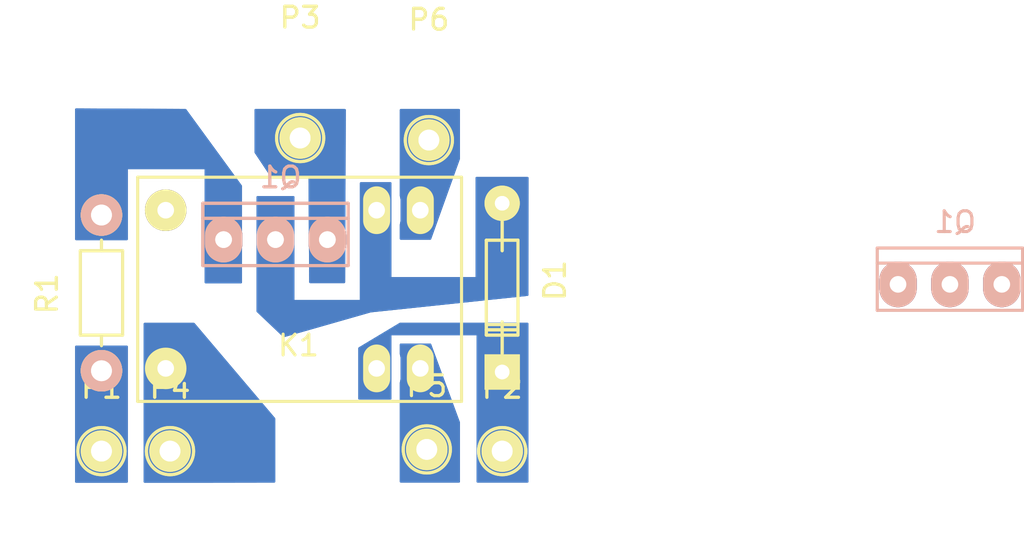
<source format=kicad_pcb>
(kicad_pcb (version 4) (host pcbnew 4.0.2+dfsg1-stable)

  (general
    (links 24)
    (no_connects 1)
    (area 18.691667 124.275 51.508334 150.475)
    (thickness 1.6)
    (drawings 0)
    (tracks 0)
    (zones 0)
    (modules 20)
    (nets 9)
  )

  (page A4)
  (layers
    (0 F.Cu signal)
    (31 B.Cu signal)
    (32 B.Adhes user)
    (33 F.Adhes user)
    (34 B.Paste user)
    (35 F.Paste user)
    (36 B.SilkS user)
    (37 F.SilkS user)
    (38 B.Mask user)
    (39 F.Mask user)
    (40 Dwgs.User user)
    (41 Cmts.User user)
    (42 Eco1.User user)
    (43 Eco2.User user)
    (44 Edge.Cuts user)
    (45 Margin user)
    (46 B.CrtYd user)
    (47 F.CrtYd user)
    (48 B.Fab user)
    (49 F.Fab user)
  )

  (setup
    (last_trace_width 1)
    (trace_clearance 0.2)
    (zone_clearance 0.09)
    (zone_45_only no)
    (trace_min 0.2)
    (segment_width 0.2)
    (edge_width 0.15)
    (via_size 0.6)
    (via_drill 0.4)
    (via_min_size 0.4)
    (via_min_drill 0.3)
    (uvia_size 0.3)
    (uvia_drill 0.1)
    (uvias_allowed no)
    (uvia_min_size 0.2)
    (uvia_min_drill 0.1)
    (pcb_text_width 0.3)
    (pcb_text_size 1.5 1.5)
    (mod_edge_width 0.15)
    (mod_text_size 1 1)
    (mod_text_width 0.15)
    (pad_size 2 2)
    (pad_drill 0.8)
    (pad_to_mask_clearance 0.2)
    (aux_axis_origin 0 0)
    (visible_elements FFFFFF7F)
    (pcbplotparams
      (layerselection 0x00030_80000001)
      (usegerberextensions false)
      (excludeedgelayer true)
      (linewidth 0.100000)
      (plotframeref false)
      (viasonmask false)
      (mode 1)
      (useauxorigin false)
      (hpglpennumber 1)
      (hpglpenspeed 20)
      (hpglpendiameter 15)
      (hpglpenoverlay 2)
      (psnegative false)
      (psa4output false)
      (plotreference true)
      (plotvalue true)
      (plotinvisibletext false)
      (padsonsilk false)
      (subtractmaskfromsilk false)
      (outputformat 1)
      (mirror false)
      (drillshape 0)
      (scaleselection 1)
      (outputdirectory ""))
  )

  (net 0 "")
  (net 1 GND)
  (net 2 "Net-(D1-Pad2)")
  (net 3 VCC)
  (net 4 "Net-(K1-Pad3)")
  (net 5 "Net-(K1-Pad4)")
  (net 6 "Net-(K1-Pad5)")
  (net 7 "Net-(P1-Pad1)")
  (net 8 "Net-(Q1-Pad1)")

  (net_class Default "This is the default net class."
    (clearance 0.2)
    (trace_width 1)
    (via_dia 0.6)
    (via_drill 0.4)
    (uvia_dia 0.3)
    (uvia_drill 0.1)
    (add_net GND)
    (add_net "Net-(D1-Pad2)")
    (add_net "Net-(K1-Pad3)")
    (add_net "Net-(K1-Pad4)")
    (add_net "Net-(K1-Pad5)")
    (add_net "Net-(P1-Pad1)")
    (add_net "Net-(Q1-Pad1)")
    (add_net VCC)
  )

  (module kicad_my_library:кт-13 (layer B.Cu) (tedit 5D5D3A33) (tstamp 5D5D752A)
    (at 32.112 134.344)
    (path /5D5D38EF)
    (fp_text reference Q1 (at 0.25 -1.25) (layer B.SilkS)
      (effects (font (size 1 1) (thickness 0.15)) (justify mirror))
    )
    (fp_text value КТ315 (at 0 4.75) (layer B.Fab)
      (effects (font (size 1 1) (thickness 0.15)) (justify mirror))
    )
    (fp_line (start -3.5 3) (end -3.5 0) (layer B.SilkS) (width 0.15))
    (fp_line (start -3.5 0) (end 3.5 0) (layer B.SilkS) (width 0.15))
    (fp_line (start 3.5 3) (end -3.5 3) (layer B.SilkS) (width 0.15))
    (fp_line (start 3.5 0.726) (end -3.5 0.726) (layer B.SilkS) (width 0.15))
    (fp_line (start 3.5 3) (end 3.5 0) (layer B.SilkS) (width 0.15))
    (pad 3 thru_hole oval (at 2.5 1.75) (size 1.8 2.2) (drill 0.8) (layers *.Cu *.Mask B.SilkS)
      (net 1 GND))
    (pad 1 thru_hole oval (at -2.5 1.75) (size 1.8 2.2) (drill 0.8) (layers *.Cu *.Mask B.SilkS)
      (net 8 "Net-(Q1-Pad1)"))
    (pad 2 thru_hole oval (at 0 1.75) (size 1.8 2.2) (drill 0.8) (layers *.Cu *.Mask B.SilkS)
      (net 2 "Net-(D1-Pad2)"))
  )

  (module kicad_my_library:Diode_7.5 (layer F.Cu) (tedit 552FFC30) (tstamp 5D5D7525)
    (at 43.034 143.488 90)
    (descr "Diode, DO-35,  SOD27, Horizontal, RM 10mm")
    (tags "Diode, DO-35, SOD27, Horizontal, RM 10mm, 1N4148,")
    (path /5CB2A0F9)
    (fp_text reference D1 (at 5.43052 2.53746 90) (layer F.SilkS)
      (effects (font (size 1 1) (thickness 0.15)))
    )
    (fp_text value D (at 4.41452 -3.55854 90) (layer F.Fab)
      (effects (font (size 1 1) (thickness 0.15)))
    )
    (fp_line (start 6.85852 -0.00254) (end 8.25552 -0.00254) (layer F.SilkS) (width 0.15))
    (fp_line (start 3.42952 -0.00254) (end 1.90552 -0.00254) (layer F.SilkS) (width 0.15))
    (fp_line (start 3.30252 -0.76454) (end 3.30252 0.75946) (layer F.SilkS) (width 0.15))
    (fp_line (start 3.04852 -0.76454) (end 3.04852 0.75946) (layer F.SilkS) (width 0.15))
    (fp_line (start 2.79452 -0.00254) (end 2.79452 0.75946) (layer F.SilkS) (width 0.15))
    (fp_line (start 2.79452 0.75946) (end 7.36652 0.75946) (layer F.SilkS) (width 0.15))
    (fp_line (start 7.36652 0.75946) (end 7.36652 -0.76454) (layer F.SilkS) (width 0.15))
    (fp_line (start 7.36652 -0.76454) (end 2.79452 -0.76454) (layer F.SilkS) (width 0.15))
    (fp_line (start 2.79452 -0.76454) (end 2.79452 -0.00254) (layer F.SilkS) (width 0.15))
    (pad 2 thru_hole circle (at 9.14452 -0.00254 270) (size 1.69926 1.69926) (drill 0.70104) (layers *.Cu *.Mask F.SilkS)
      (net 2 "Net-(D1-Pad2)"))
    (pad 1 thru_hole rect (at 1.01652 -0.00254 270) (size 1.69926 1.69926) (drill 0.70104) (layers *.Cu *.Mask F.SilkS)
      (net 3 VCC))
    (model Diodes_ThroughHole.3dshapes/Diode_DO-35_SOD27_Horizontal_RM10.wrl
      (at (xyz 0.2 0 0))
      (scale (xyz 0.4 0.4 0.4))
      (rotate (xyz 0 0 180))
    )
  )

  (module kicad_my_library:Resistor_7.5mm (layer F.Cu) (tedit 5D5D575B) (tstamp 5D5D751A)
    (at 23.73 138.662 90)
    (descr "Resistor, Vertical, RM 7.5mm,")
    (tags "Resistor, Vertical, RM 7.5mm,")
    (path /5D5D35EB)
    (fp_text reference R1 (at -0.038 -2.63 90) (layer F.SilkS)
      (effects (font (size 1 1) (thickness 0.15)))
    )
    (fp_text value R (at -0.138 0.17 90) (layer F.Fab)
      (effects (font (size 1 1) (thickness 0.15)))
    )
    (fp_line (start -2.032 -1.016) (end 2.032 -1.016) (layer F.SilkS) (width 0.15))
    (fp_line (start 2.032 -1.016) (end 2.032 1.016) (layer F.SilkS) (width 0.15))
    (fp_line (start 2.032 1.016) (end -2.032 1.016) (layer F.SilkS) (width 0.15))
    (fp_line (start 2.032 0) (end 2.54 0) (layer F.SilkS) (width 0.15))
    (fp_line (start -2.54 0) (end -2.032 0) (layer F.SilkS) (width 0.15))
    (fp_line (start -2.032 -1.016) (end -2.032 1.016) (layer F.SilkS) (width 0.15))
    (pad 1 thru_hole circle (at -3.74904 0 90) (size 1.99898 1.99898) (drill 1.00076) (layers *.Cu *.SilkS *.Mask)
      (net 7 "Net-(P1-Pad1)"))
    (pad 2 thru_hole circle (at 3.75158 0 90) (size 1.99898 1.99898) (drill 1.00076) (layers *.Cu *.SilkS *.Mask)
      (net 8 "Net-(Q1-Pad1)"))
  )

  (module kicad_my_library:conn1pin (layer F.Cu) (tedit 5D5D55B1) (tstamp 5D5D7515)
    (at 39.5 131.3)
    (descr "module 1 pin (ou trou mecanique de percage)")
    (tags DEV)
    (path /5D5D2A28)
    (fp_text reference P6 (at 0 -5.8) (layer F.SilkS)
      (effects (font (size 1 1) (thickness 0.15)))
    )
    (fp_text value CONN_01X01 (at 0 -3.7) (layer F.Fab)
      (effects (font (size 1 1) (thickness 0.15)))
    )
    (fp_circle (center 0 0) (end 1.016 0.508) (layer F.SilkS) (width 0.15))
    (pad 1 thru_hole circle (at 0 0) (size 2 2) (drill 1) (layers *.Cu *.Mask F.SilkS)
      (net 5 "Net-(K1-Pad4)"))
  )

  (module kicad_my_library:conn1pin (layer F.Cu) (tedit 5D5D5620) (tstamp 5D5D7510)
    (at 39.4 146.2)
    (descr "module 1 pin (ou trou mecanique de percage)")
    (tags DEV)
    (path /5D5D29A5)
    (fp_text reference P5 (at 0 -3.048) (layer F.SilkS)
      (effects (font (size 1 1) (thickness 0.15)))
    )
    (fp_text value CONN_01X01 (at 0.1 3.3) (layer F.Fab)
      (effects (font (size 1 1) (thickness 0.15)))
    )
    (fp_circle (center 0 0) (end 1.016 0.508) (layer F.SilkS) (width 0.15))
    (pad 1 thru_hole circle (at 0 0) (size 2 2) (drill 1) (layers *.Cu *.Mask F.SilkS)
      (net 6 "Net-(K1-Pad5)"))
  )

  (module kicad_my_library:conn1pin (layer F.Cu) (tedit 5D5D55F2) (tstamp 5D5D750B)
    (at 27.032 146.282)
    (descr "module 1 pin (ou trou mecanique de percage)")
    (tags DEV)
    (path /5D5D2A93)
    (fp_text reference P4 (at 0 -3.048) (layer F.SilkS)
      (effects (font (size 1 1) (thickness 0.15)))
    )
    (fp_text value CONN_01X01 (at 0.068 3.118) (layer F.Fab)
      (effects (font (size 1 1) (thickness 0.15)))
    )
    (fp_circle (center 0 0) (end 1.016 0.508) (layer F.SilkS) (width 0.15))
    (pad 1 thru_hole circle (at 0 0) (size 2 2) (drill 1) (layers *.Cu *.Mask F.SilkS)
      (net 4 "Net-(K1-Pad3)"))
  )

  (module kicad_my_library:conn1pin (layer F.Cu) (tedit 5D5D558F) (tstamp 5D5D7506)
    (at 33.3 131.2)
    (descr "module 1 pin (ou trou mecanique de percage)")
    (tags DEV)
    (path /5D5D2B87)
    (fp_text reference P3 (at 0 -5.8) (layer F.SilkS)
      (effects (font (size 1 1) (thickness 0.15)))
    )
    (fp_text value CONN_01X01 (at 0 -3.6) (layer F.Fab)
      (effects (font (size 1 1) (thickness 0.15)))
    )
    (fp_circle (center 0 0) (end 1.016 0.508) (layer F.SilkS) (width 0.15))
    (pad 1 thru_hole circle (at 0 0) (size 2 2) (drill 1) (layers *.Cu *.Mask F.SilkS)
      (net 1 GND))
  )

  (module kicad_my_library:conn1pin (layer F.Cu) (tedit 5D5D561B) (tstamp 5D5D7501)
    (at 43.034 146.282)
    (descr "module 1 pin (ou trou mecanique de percage)")
    (tags DEV)
    (path /5D5D2B00)
    (fp_text reference P2 (at 0 -3.048) (layer F.SilkS)
      (effects (font (size 1 1) (thickness 0.15)))
    )
    (fp_text value CONN_01X01 (at 3.366 -0.082) (layer F.Fab)
      (effects (font (size 1 1) (thickness 0.15)))
    )
    (fp_circle (center 0 0) (end 1.016 0.508) (layer F.SilkS) (width 0.15))
    (pad 1 thru_hole circle (at 0 0) (size 2 2) (drill 1) (layers *.Cu *.Mask F.SilkS)
      (net 3 VCC))
  )

  (module kicad_my_library:conn1pin (layer F.Cu) (tedit 5D5D55F9) (tstamp 5D5D74FC)
    (at 23.73 146.282)
    (descr "module 1 pin (ou trou mecanique de percage)")
    (tags DEV)
    (path /5D5D2E82)
    (fp_text reference P1 (at 0 -3.048) (layer F.SilkS)
      (effects (font (size 1 1) (thickness 0.15)))
    )
    (fp_text value CONN_01X01 (at 0.07 3.218) (layer F.Fab)
      (effects (font (size 1 1) (thickness 0.15)))
    )
    (fp_circle (center 0 0) (end 1.016 0.508) (layer F.SilkS) (width 0.15))
    (pad 1 thru_hole circle (at 0 0) (size 2 2) (drill 1) (layers *.Cu *.Mask F.SilkS)
      (net 7 "Net-(P1-Pad1)"))
  )

  (module kicad_my_library:conn1pin (layer F.Cu) (tedit 5D5D55F9) (tstamp 5D5D2E5D)
    (at 23.73 146.282)
    (descr "module 1 pin (ou trou mecanique de percage)")
    (tags DEV)
    (path /5D5D2E82)
    (fp_text reference P1 (at 0 -3.048) (layer F.SilkS)
      (effects (font (size 1 1) (thickness 0.15)))
    )
    (fp_text value CONN_01X01 (at 0.07 3.218) (layer F.Fab)
      (effects (font (size 1 1) (thickness 0.15)))
    )
    (fp_circle (center 0 0) (end 1.016 0.508) (layer F.SilkS) (width 0.15))
    (pad 1 thru_hole circle (at 0 0) (size 2 2) (drill 1) (layers *.Cu *.Mask F.SilkS)
      (net 7 "Net-(P1-Pad1)"))
  )

  (module kicad_my_library:conn1pin (layer F.Cu) (tedit 5D5D561B) (tstamp 5D5D2E63)
    (at 43.034 146.282)
    (descr "module 1 pin (ou trou mecanique de percage)")
    (tags DEV)
    (path /5D5D2B00)
    (fp_text reference P2 (at 0 -3.048) (layer F.SilkS)
      (effects (font (size 1 1) (thickness 0.15)))
    )
    (fp_text value CONN_01X01 (at 3.366 -0.082) (layer F.Fab)
      (effects (font (size 1 1) (thickness 0.15)))
    )
    (fp_circle (center 0 0) (end 1.016 0.508) (layer F.SilkS) (width 0.15))
    (pad 1 thru_hole circle (at 0 0) (size 2 2) (drill 1) (layers *.Cu *.Mask F.SilkS)
      (net 3 VCC))
  )

  (module kicad_my_library:conn1pin (layer F.Cu) (tedit 5D5D558F) (tstamp 5D5D2E69)
    (at 33.3 131.2)
    (descr "module 1 pin (ou trou mecanique de percage)")
    (tags DEV)
    (path /5D5D2B87)
    (fp_text reference P3 (at 0 -5.8) (layer F.SilkS)
      (effects (font (size 1 1) (thickness 0.15)))
    )
    (fp_text value CONN_01X01 (at 0 -3.6) (layer F.Fab)
      (effects (font (size 1 1) (thickness 0.15)))
    )
    (fp_circle (center 0 0) (end 1.016 0.508) (layer F.SilkS) (width 0.15))
    (pad 1 thru_hole circle (at 0 0) (size 2 2) (drill 1) (layers *.Cu *.Mask F.SilkS)
      (net 1 GND))
  )

  (module kicad_my_library:conn1pin (layer F.Cu) (tedit 5D5D55F2) (tstamp 5D5D2E6F)
    (at 27.032 146.282)
    (descr "module 1 pin (ou trou mecanique de percage)")
    (tags DEV)
    (path /5D5D2A93)
    (fp_text reference P4 (at 0 -3.048) (layer F.SilkS)
      (effects (font (size 1 1) (thickness 0.15)))
    )
    (fp_text value CONN_01X01 (at 0.068 3.118) (layer F.Fab)
      (effects (font (size 1 1) (thickness 0.15)))
    )
    (fp_circle (center 0 0) (end 1.016 0.508) (layer F.SilkS) (width 0.15))
    (pad 1 thru_hole circle (at 0 0) (size 2 2) (drill 1) (layers *.Cu *.Mask F.SilkS)
      (net 4 "Net-(K1-Pad3)"))
  )

  (module kicad_my_library:conn1pin (layer F.Cu) (tedit 5D5D5620) (tstamp 5D5D2E75)
    (at 39.4 146.2)
    (descr "module 1 pin (ou trou mecanique de percage)")
    (tags DEV)
    (path /5D5D29A5)
    (fp_text reference P5 (at 0 -3.048) (layer F.SilkS)
      (effects (font (size 1 1) (thickness 0.15)))
    )
    (fp_text value CONN_01X01 (at 0.1 3.3) (layer F.Fab)
      (effects (font (size 1 1) (thickness 0.15)))
    )
    (fp_circle (center 0 0) (end 1.016 0.508) (layer F.SilkS) (width 0.15))
    (pad 1 thru_hole circle (at 0 0) (size 2 2) (drill 1) (layers *.Cu *.Mask F.SilkS)
      (net 6 "Net-(K1-Pad5)"))
  )

  (module kicad_my_library:conn1pin (layer F.Cu) (tedit 5D5D55B1) (tstamp 5D5D2E7B)
    (at 39.5 131.3)
    (descr "module 1 pin (ou trou mecanique de percage)")
    (tags DEV)
    (path /5D5D2A28)
    (fp_text reference P6 (at 0 -5.8) (layer F.SilkS)
      (effects (font (size 1 1) (thickness 0.15)))
    )
    (fp_text value CONN_01X01 (at 0 -3.7) (layer F.Fab)
      (effects (font (size 1 1) (thickness 0.15)))
    )
    (fp_circle (center 0 0) (end 1.016 0.508) (layer F.SilkS) (width 0.15))
    (pad 1 thru_hole circle (at 0 0) (size 2 2) (drill 1) (layers *.Cu *.Mask F.SilkS)
      (net 5 "Net-(K1-Pad4)"))
  )

  (module kicad_my_library:Resistor_7.5mm (layer F.Cu) (tedit 5D5D575B) (tstamp 5D5D2E88)
    (at 23.73 138.662 90)
    (descr "Resistor, Vertical, RM 7.5mm,")
    (tags "Resistor, Vertical, RM 7.5mm,")
    (path /5D5D35EB)
    (fp_text reference R1 (at -0.038 -2.63 90) (layer F.SilkS)
      (effects (font (size 1 1) (thickness 0.15)))
    )
    (fp_text value R (at -0.138 0.17 90) (layer F.Fab)
      (effects (font (size 1 1) (thickness 0.15)))
    )
    (fp_line (start -2.032 -1.016) (end 2.032 -1.016) (layer F.SilkS) (width 0.15))
    (fp_line (start 2.032 -1.016) (end 2.032 1.016) (layer F.SilkS) (width 0.15))
    (fp_line (start 2.032 1.016) (end -2.032 1.016) (layer F.SilkS) (width 0.15))
    (fp_line (start 2.032 0) (end 2.54 0) (layer F.SilkS) (width 0.15))
    (fp_line (start -2.54 0) (end -2.032 0) (layer F.SilkS) (width 0.15))
    (fp_line (start -2.032 -1.016) (end -2.032 1.016) (layer F.SilkS) (width 0.15))
    (pad 1 thru_hole circle (at -3.74904 0 90) (size 1.99898 1.99898) (drill 1.00076) (layers *.Cu *.SilkS *.Mask)
      (net 7 "Net-(P1-Pad1)"))
    (pad 2 thru_hole circle (at 3.75158 0 90) (size 1.99898 1.99898) (drill 1.00076) (layers *.Cu *.SilkS *.Mask)
      (net 8 "Net-(Q1-Pad1)"))
  )

  (module kicad_my_library:Diode_7.5 (layer F.Cu) (tedit 552FFC30) (tstamp 5D5D2F3C)
    (at 43.034 143.488 90)
    (descr "Diode, DO-35,  SOD27, Horizontal, RM 10mm")
    (tags "Diode, DO-35, SOD27, Horizontal, RM 10mm, 1N4148,")
    (path /5CB2A0F9)
    (fp_text reference D1 (at 5.43052 2.53746 90) (layer F.SilkS)
      (effects (font (size 1 1) (thickness 0.15)))
    )
    (fp_text value D (at 4.41452 -3.55854 90) (layer F.Fab)
      (effects (font (size 1 1) (thickness 0.15)))
    )
    (fp_line (start 6.85852 -0.00254) (end 8.25552 -0.00254) (layer F.SilkS) (width 0.15))
    (fp_line (start 3.42952 -0.00254) (end 1.90552 -0.00254) (layer F.SilkS) (width 0.15))
    (fp_line (start 3.30252 -0.76454) (end 3.30252 0.75946) (layer F.SilkS) (width 0.15))
    (fp_line (start 3.04852 -0.76454) (end 3.04852 0.75946) (layer F.SilkS) (width 0.15))
    (fp_line (start 2.79452 -0.00254) (end 2.79452 0.75946) (layer F.SilkS) (width 0.15))
    (fp_line (start 2.79452 0.75946) (end 7.36652 0.75946) (layer F.SilkS) (width 0.15))
    (fp_line (start 7.36652 0.75946) (end 7.36652 -0.76454) (layer F.SilkS) (width 0.15))
    (fp_line (start 7.36652 -0.76454) (end 2.79452 -0.76454) (layer F.SilkS) (width 0.15))
    (fp_line (start 2.79452 -0.76454) (end 2.79452 -0.00254) (layer F.SilkS) (width 0.15))
    (pad 2 thru_hole circle (at 9.14452 -0.00254 270) (size 1.69926 1.69926) (drill 0.70104) (layers *.Cu *.Mask F.SilkS)
      (net 2 "Net-(D1-Pad2)"))
    (pad 1 thru_hole rect (at 1.01652 -0.00254 270) (size 1.69926 1.69926) (drill 0.70104) (layers *.Cu *.Mask F.SilkS)
      (net 3 VCC))
    (model Diodes_ThroughHole.3dshapes/Diode_DO-35_SOD27_Horizontal_RM10.wrl
      (at (xyz 0.2 0 0))
      (scale (xyz 0.4 0.4 0.4))
      (rotate (xyz 0 0 180))
    )
  )

  (module kicad_my_library:кт-13 (layer B.Cu) (tedit 5D5D3A33) (tstamp 5D5D3AD8)
    (at 32.112 134.344)
    (path /5D5D38EF)
    (fp_text reference Q1 (at 0.25 -1.25) (layer B.SilkS)
      (effects (font (size 1 1) (thickness 0.15)) (justify mirror))
    )
    (fp_text value КТ315 (at 0 4.75) (layer B.Fab)
      (effects (font (size 1 1) (thickness 0.15)) (justify mirror))
    )
    (fp_line (start -3.5 3) (end -3.5 0) (layer B.SilkS) (width 0.15))
    (fp_line (start -3.5 0) (end 3.5 0) (layer B.SilkS) (width 0.15))
    (fp_line (start 3.5 3) (end -3.5 3) (layer B.SilkS) (width 0.15))
    (fp_line (start 3.5 0.726) (end -3.5 0.726) (layer B.SilkS) (width 0.15))
    (fp_line (start 3.5 3) (end 3.5 0) (layer B.SilkS) (width 0.15))
    (pad 3 thru_hole oval (at 2.5 1.75) (size 1.8 2.2) (drill 0.8) (layers *.Cu *.Mask B.SilkS)
      (net 1 GND))
    (pad 1 thru_hole oval (at -2.5 1.75) (size 1.8 2.2) (drill 0.8) (layers *.Cu *.Mask B.SilkS)
      (net 8 "Net-(Q1-Pad1)"))
    (pad 2 thru_hole oval (at 0 1.75) (size 1.8 2.2) (drill 0.8) (layers *.Cu *.Mask B.SilkS)
      (net 2 "Net-(D1-Pad2)"))
  )

  (module kicad_my_library:RELAY_SRS-05VDC-SL (layer F.Cu) (tedit 5D5D83A1) (tstamp 5D5D83F0)
    (at 33.2 138.3 180)
    (path /5CB2A0ED)
    (fp_text reference K1 (at -0.018 -2.892 180) (layer F.SilkS)
      (effects (font (size 1 1) (thickness 0.15)))
    )
    (fp_text value RELAY_1RT (at 0.782 -4.292 180) (layer F.Fab)
      (effects (font (size 1 1) (thickness 0.15)))
    )
    (fp_line (start -7.874 -5.588) (end 7.726 -5.588) (layer F.SilkS) (width 0.15))
    (fp_line (start 7.726 -5.588) (end 7.726 5.212) (layer F.SilkS) (width 0.15))
    (fp_line (start 7.726 5.212) (end -7.874 5.212) (layer F.SilkS) (width 0.15))
    (fp_line (start -7.874 5.212) (end -7.874 -5.588) (layer F.SilkS) (width 0.15))
    (pad 2 thru_hole oval (at -3.784 3.622 180) (size 1.3 2.3) (drill 0.8) (layers *.Cu *.Mask F.SilkS)
      (net 2 "Net-(D1-Pad2)"))
    (pad 1 thru_hole oval (at -3.784 -3.998 180) (size 1.3 2.3) (drill 0.8) (layers *.Cu *.Mask F.SilkS)
      (net 3 VCC))
    (pad 5 thru_hole oval (at -5.888 -3.998 180) (size 1.3 2.3) (drill 0.8) (layers *.Cu *.Mask F.SilkS)
      (net 6 "Net-(K1-Pad5)"))
    (pad 3 thru_hole circle (at 6.376 -3.998 180) (size 2 2) (drill 0.8) (layers *.Cu *.Mask F.SilkS)
      (net 4 "Net-(K1-Pad3)"))
    (pad 3 thru_hole circle (at 6.376 3.622 180) (size 2 2) (drill 0.8) (layers *.Cu *.Mask F.SilkS)
      (net 4 "Net-(K1-Pad3)"))
    (pad 4 thru_hole oval (at -5.888 3.622 180) (size 1.3 2.3) (drill 0.8) (layers *.Cu *.Mask F.SilkS)
      (net 5 "Net-(K1-Pad4)"))
  )

  (module kicad_my_library:кт-315 (layer B.Cu) (tedit 5D5D3A33) (tstamp 5DC2734D)
    (at 64.6 136.5)
    (fp_text reference Q1 (at 0.25 -1.25) (layer B.SilkS)
      (effects (font (size 1 1) (thickness 0.15)) (justify mirror))
    )
    (fp_text value КТ315 (at 0 4.75) (layer B.Fab)
      (effects (font (size 1 1) (thickness 0.15)) (justify mirror))
    )
    (fp_line (start -3.5 3) (end -3.5 0) (layer B.SilkS) (width 0.15))
    (fp_line (start -3.5 0) (end 3.5 0) (layer B.SilkS) (width 0.15))
    (fp_line (start 3.5 3) (end -3.5 3) (layer B.SilkS) (width 0.15))
    (fp_line (start 3.5 0.726) (end -3.5 0.726) (layer B.SilkS) (width 0.15))
    (fp_line (start 3.5 3) (end 3.5 0) (layer B.SilkS) (width 0.15))
    (pad 3 thru_hole oval (at 2.5 1.75) (size 1.8 2.2) (drill 0.8) (layers *.Cu *.Mask B.SilkS))
    (pad 1 thru_hole oval (at -2.5 1.75) (size 1.8 2.2) (drill 0.8) (layers *.Cu *.Mask B.SilkS))
    (pad 2 thru_hole oval (at 0 1.75) (size 1.8 2.2) (drill 0.8) (layers *.Cu *.Mask B.SilkS))
  )

  (zone (net 7) (net_name "Net-(P1-Pad1)") (layer B.Cu) (tstamp 5D5D3C49) (hatch edge 0.508)
    (connect_pads yes (clearance 0.09))
    (min_thickness 0.09)
    (fill yes (arc_segments 16) (thermal_gap 0.508) (thermal_bridge_width 0.508))
    (polygon
      (pts
        (xy 25 147.806) (xy 22.46 147.806) (xy 22.46 141.202) (xy 25 141.202) (xy 25 147.806)
      )
    )
    (filled_polygon
      (pts
        (xy 24.955 147.761) (xy 22.505 147.761) (xy 22.505 141.247) (xy 24.955 141.247)
      )
    )
  )
  (zone (net 1) (net_name GND) (layer B.Cu) (tstamp 5D5D4040) (hatch edge 0.508)
    (connect_pads yes (clearance 0.09))
    (min_thickness 0.09)
    (fill yes (arc_segments 16) (thermal_gap 0.508) (thermal_bridge_width 0.508))
    (polygon
      (pts
        (xy 33.736 138.192) (xy 35.468 138.192) (xy 35.5 129.8) (xy 31.1 129.8) (xy 31.1 131.9)
        (xy 31.9 133.1) (xy 33.7 133.1)
      )
    )
    (filled_polygon
      (pts
        (xy 35.423171 138.147) (xy 33.780683 138.147) (xy 33.744999 133.099682) (xy 33.74133 133.0822) (xy 33.731148 133.067523)
        (xy 33.716059 133.057963) (xy 33.7 133.055) (xy 31.924083 133.055) (xy 31.145 131.886375) (xy 31.145 129.845)
        (xy 35.454828 129.845)
      )
    )
  )
  (zone (net 4) (net_name "Net-(K1-Pad3)") (layer B.Cu) (tstamp 5D5D42C8) (hatch edge 0.508)
    (connect_pads yes (clearance 0.09))
    (min_thickness 0.09)
    (fill yes (arc_segments 16) (thermal_gap 0.508) (thermal_bridge_width 0.508))
    (polygon
      (pts
        (xy 28.202 147.806) (xy 25.762 147.806) (xy 25.762 140.102) (xy 28.202 140.102) (xy 32.1 144.7)
        (xy 32.1 147.8) (xy 28.202 147.806)
      )
    )
    (filled_polygon
      (pts
        (xy 32.055 144.716508) (xy 32.055 147.755069) (xy 28.201931 147.761) (xy 25.807 147.761) (xy 25.807 140.147)
        (xy 28.181154 140.147)
      )
    )
  )
  (zone (net 8) (net_name "Net-(Q1-Pad1)") (layer B.Cu) (tstamp 5D5D44E8) (hatch edge 0.508)
    (connect_pads yes (clearance 0.09))
    (min_thickness 0.09)
    (fill yes (arc_segments 16) (thermal_gap 0.508) (thermal_bridge_width 0.508))
    (polygon
      (pts
        (xy 30.5 138.2) (xy 28.7 138.2) (xy 28.7 132.7) (xy 25 132.7) (xy 25 136.122)
        (xy 22.46 136.122) (xy 22.46 129.772) (xy 27.8 129.8) (xy 30.5 133.5)
      )
    )
    (filled_polygon
      (pts
        (xy 27.777042 129.84488) (xy 30.455 133.514674) (xy 30.455 138.155) (xy 28.745 138.155) (xy 28.745 132.7)
        (xy 28.741455 132.682492) (xy 28.731377 132.667744) (xy 28.716356 132.658078) (xy 28.7 132.655) (xy 25 132.655)
        (xy 24.982492 132.658545) (xy 24.967744 132.668623) (xy 24.958078 132.683644) (xy 24.955 132.7) (xy 24.955 136.077)
        (xy 22.505 136.077) (xy 22.505 129.817236)
      )
    )
  )
  (zone (net 2) (net_name "Net-(D1-Pad2)") (layer B.Cu) (tstamp 5D5D49B8) (hatch edge 0.508)
    (connect_pads yes (clearance 0.09))
    (min_thickness 0.09)
    (fill yes (arc_segments 16) (thermal_gap 0.508) (thermal_bridge_width 0.508))
    (polygon
      (pts
        (xy 36.176 133.328) (xy 36.176 139) (xy 33.028 139) (xy 33.028 133.998) (xy 31.196 133.998)
        (xy 31.196 139.562) (xy 32.5 140.8) (xy 36.7 139.6) (xy 44.3 138.8) (xy 44.304 133.074)
        (xy 41.748 133.074) (xy 41.748 137.9) (xy 37.7 137.9) (xy 37.7 133.328)
      )
    )
    (filled_polygon
      (pts
        (xy 44.255028 138.759485) (xy 36.695289 139.555247) (xy 36.687638 139.556731) (xy 32.512346 140.749672) (xy 31.241 139.542673)
        (xy 31.241 134.043) (xy 32.983 134.043) (xy 32.983 139) (xy 32.986545 139.017508) (xy 32.996623 139.032256)
        (xy 33.011644 139.041922) (xy 33.028 139.045) (xy 36.176 139.045) (xy 36.193508 139.041455) (xy 36.208256 139.031377)
        (xy 36.217922 139.016356) (xy 36.221 139) (xy 36.221 133.373) (xy 37.655 133.373) (xy 37.655 137.9)
        (xy 37.658545 137.917508) (xy 37.668623 137.932256) (xy 37.683644 137.941922) (xy 37.7 137.945) (xy 41.748 137.945)
        (xy 41.765508 137.941455) (xy 41.780256 137.931377) (xy 41.789922 137.916356) (xy 41.793 137.9) (xy 41.793 133.119)
        (xy 44.258969 133.119)
      )
    )
  )
  (zone (net 5) (net_name "Net-(K1-Pad4)") (layer B.Cu) (tstamp 5D5D4B7D) (hatch edge 0.508)
    (connect_pads yes (clearance 0.09))
    (min_thickness 0.09)
    (fill yes (arc_segments 16) (thermal_gap 0.508) (thermal_bridge_width 0.508))
    (polygon
      (pts
        (xy 38.1 136.1) (xy 39.6 136.1) (xy 41 132.2) (xy 41 129.8) (xy 38.1 129.8)
      )
    )
    (filled_polygon
      (pts
        (xy 40.955 132.192167) (xy 39.568342 136.055) (xy 38.145 136.055) (xy 38.145 135.376259) (xy 38.179 135.20533)
        (xy 38.179 134.15067) (xy 38.145 133.979741) (xy 38.145 129.845) (xy 40.955 129.845)
      )
    )
  )
  (zone (net 3) (net_name VCC) (layer B.Cu) (tstamp 5D5D4CE3) (hatch edge 0.508)
    (connect_pads yes (clearance 0.09))
    (min_thickness 0.09)
    (fill yes (arc_segments 16) (thermal_gap 0.508) (thermal_bridge_width 0.508))
    (polygon
      (pts
        (xy 37.7 143.8) (xy 37.7 140.7) (xy 41.8 140.7) (xy 41.8 147.8) (xy 44.3 147.8)
        (xy 44.3 140.1) (xy 38.1 140.1) (xy 36.1 141.3) (xy 36.1 143.8)
      )
    )
    (filled_polygon
      (pts
        (xy 44.255 147.755) (xy 41.845 147.755) (xy 41.845 140.7) (xy 41.841455 140.682492) (xy 41.831377 140.667744)
        (xy 41.816356 140.658078) (xy 41.8 140.655) (xy 37.7 140.655) (xy 37.682492 140.658545) (xy 37.667744 140.668623)
        (xy 37.658078 140.683644) (xy 37.655 140.7) (xy 37.655 143.755) (xy 36.145 143.755) (xy 36.145 141.325478)
        (xy 38.112464 140.145) (xy 44.255 140.145)
      )
    )
  )
  (zone (net 6) (net_name "Net-(K1-Pad5)") (layer B.Cu) (tstamp 5D5D4D2F) (hatch edge 0.508)
    (connect_pads yes (clearance 0.09))
    (min_thickness 0.09)
    (fill yes (arc_segments 16) (thermal_gap 0.508) (thermal_bridge_width 0.508))
    (polygon
      (pts
        (xy 38.1 147.8) (xy 38.1 144.3) (xy 38.1 144.3) (xy 38.1 141.1) (xy 39.6 141.1)
        (xy 41 144.9) (xy 41 147.8)
      )
    )
    (filled_polygon
      (pts
        (xy 40.955 144.908025) (xy 40.955 147.755) (xy 38.145 147.755) (xy 38.145 142.996259) (xy 38.179 142.82533)
        (xy 38.179 141.77067) (xy 38.145 141.599741) (xy 38.145 141.145) (xy 39.568622 141.145)
      )
    )
  )
  (zone (net 7) (net_name "Net-(P1-Pad1)") (layer B.Cu) (tstamp 5D5D753D) (hatch edge 0.508)
    (connect_pads yes (clearance 0.09))
    (min_thickness 0.09)
    (fill yes (arc_segments 16) (thermal_gap 0.508) (thermal_bridge_width 0.508))
    (polygon
      (pts
        (xy 25 147.806) (xy 22.46 147.806) (xy 22.46 141.202) (xy 25 141.202) (xy 25 147.806)
      )
    )
    (filled_polygon
      (pts
        (xy 24.955 147.761) (xy 22.505 147.761) (xy 22.505 141.247) (xy 24.955 141.247)
      )
    )
  )
  (zone (net 1) (net_name GND) (layer B.Cu) (tstamp 5D5D753E) (hatch edge 0.508)
    (connect_pads yes (clearance 0.09))
    (min_thickness 0.09)
    (fill yes (arc_segments 16) (thermal_gap 0.508) (thermal_bridge_width 0.508))
    (polygon
      (pts
        (xy 33.736 138.192) (xy 35.468 138.192) (xy 35.5 129.8) (xy 31.1 129.8) (xy 31.1 131.9)
        (xy 31.9 133.1) (xy 33.7 133.1)
      )
    )
    (filled_polygon
      (pts
        (xy 35.423171 138.147) (xy 33.780683 138.147) (xy 33.744999 133.099682) (xy 33.74133 133.0822) (xy 33.731148 133.067523)
        (xy 33.716059 133.057963) (xy 33.7 133.055) (xy 31.924083 133.055) (xy 31.145 131.886375) (xy 31.145 129.845)
        (xy 35.454828 129.845)
      )
    )
  )
  (zone (net 4) (net_name "Net-(K1-Pad3)") (layer B.Cu) (tstamp 5D5D753F) (hatch edge 0.508)
    (connect_pads yes (clearance 0.09))
    (min_thickness 0.09)
    (fill yes (arc_segments 16) (thermal_gap 0.508) (thermal_bridge_width 0.508))
    (polygon
      (pts
        (xy 28.202 147.806) (xy 25.762 147.806) (xy 25.762 140.102) (xy 28.202 140.102) (xy 32.1 144.7)
        (xy 32.1 147.8) (xy 28.202 147.806)
      )
    )
    (filled_polygon
      (pts
        (xy 32.055 144.716508) (xy 32.055 147.755069) (xy 28.201931 147.761) (xy 25.807 147.761) (xy 25.807 140.147)
        (xy 28.181154 140.147)
      )
    )
  )
  (zone (net 8) (net_name "Net-(Q1-Pad1)") (layer B.Cu) (tstamp 5D5D7540) (hatch edge 0.508)
    (connect_pads yes (clearance 0.09))
    (min_thickness 0.09)
    (fill yes (arc_segments 16) (thermal_gap 0.508) (thermal_bridge_width 0.508))
    (polygon
      (pts
        (xy 30.5 138.2) (xy 28.7 138.2) (xy 28.7 132.7) (xy 25 132.7) (xy 25 136.122)
        (xy 22.46 136.122) (xy 22.46 129.772) (xy 27.8 129.8) (xy 30.5 133.5)
      )
    )
    (filled_polygon
      (pts
        (xy 27.777042 129.84488) (xy 30.455 133.514674) (xy 30.455 138.155) (xy 28.745 138.155) (xy 28.745 132.7)
        (xy 28.741455 132.682492) (xy 28.731377 132.667744) (xy 28.716356 132.658078) (xy 28.7 132.655) (xy 25 132.655)
        (xy 24.982492 132.658545) (xy 24.967744 132.668623) (xy 24.958078 132.683644) (xy 24.955 132.7) (xy 24.955 136.077)
        (xy 22.505 136.077) (xy 22.505 129.817236)
      )
    )
  )
  (zone (net 2) (net_name "Net-(D1-Pad2)") (layer B.Cu) (tstamp 5D5D7541) (hatch edge 0.508)
    (connect_pads yes (clearance 0.09))
    (min_thickness 0.09)
    (fill yes (arc_segments 16) (thermal_gap 0.508) (thermal_bridge_width 0.508))
    (polygon
      (pts
        (xy 36.176 133.328) (xy 36.176 139) (xy 33.028 139) (xy 33.028 133.998) (xy 31.196 133.998)
        (xy 31.196 139.562) (xy 32.5 140.8) (xy 36.7 139.6) (xy 44.3 138.8) (xy 44.304 133.074)
        (xy 41.748 133.074) (xy 41.748 137.9) (xy 37.7 137.9) (xy 37.7 133.328)
      )
    )
    (filled_polygon
      (pts
        (xy 44.255028 138.759485) (xy 36.695289 139.555247) (xy 36.687638 139.556731) (xy 32.512346 140.749672) (xy 31.241 139.542673)
        (xy 31.241 134.043) (xy 32.983 134.043) (xy 32.983 139) (xy 32.986545 139.017508) (xy 32.996623 139.032256)
        (xy 33.011644 139.041922) (xy 33.028 139.045) (xy 36.176 139.045) (xy 36.193508 139.041455) (xy 36.208256 139.031377)
        (xy 36.217922 139.016356) (xy 36.221 139) (xy 36.221 133.373) (xy 37.655 133.373) (xy 37.655 137.9)
        (xy 37.658545 137.917508) (xy 37.668623 137.932256) (xy 37.683644 137.941922) (xy 37.7 137.945) (xy 41.748 137.945)
        (xy 41.765508 137.941455) (xy 41.780256 137.931377) (xy 41.789922 137.916356) (xy 41.793 137.9) (xy 41.793 133.119)
        (xy 44.258969 133.119)
      )
    )
  )
  (zone (net 5) (net_name "Net-(K1-Pad4)") (layer B.Cu) (tstamp 5D5D7542) (hatch edge 0.508)
    (connect_pads yes (clearance 0.09))
    (min_thickness 0.09)
    (fill yes (arc_segments 16) (thermal_gap 0.508) (thermal_bridge_width 0.508))
    (polygon
      (pts
        (xy 38.1 136.1) (xy 39.6 136.1) (xy 41 132.2) (xy 41 129.8) (xy 38.1 129.8)
      )
    )
    (filled_polygon
      (pts
        (xy 40.955 132.192167) (xy 39.568342 136.055) (xy 38.145 136.055) (xy 38.145 135.376259) (xy 38.179 135.20533)
        (xy 38.179 134.15067) (xy 38.145 133.979741) (xy 38.145 129.845) (xy 40.955 129.845)
      )
    )
  )
  (zone (net 3) (net_name VCC) (layer B.Cu) (tstamp 5D5D7543) (hatch edge 0.508)
    (connect_pads yes (clearance 0.09))
    (min_thickness 0.09)
    (fill yes (arc_segments 16) (thermal_gap 0.508) (thermal_bridge_width 0.508))
    (polygon
      (pts
        (xy 37.7 143.8) (xy 37.7 140.7) (xy 41.8 140.7) (xy 41.8 147.8) (xy 44.3 147.8)
        (xy 44.3 140.1) (xy 38.1 140.1) (xy 36.1 141.3) (xy 36.1 143.8)
      )
    )
    (filled_polygon
      (pts
        (xy 44.255 147.755) (xy 41.845 147.755) (xy 41.845 140.7) (xy 41.841455 140.682492) (xy 41.831377 140.667744)
        (xy 41.816356 140.658078) (xy 41.8 140.655) (xy 37.7 140.655) (xy 37.682492 140.658545) (xy 37.667744 140.668623)
        (xy 37.658078 140.683644) (xy 37.655 140.7) (xy 37.655 143.755) (xy 36.145 143.755) (xy 36.145 141.325478)
        (xy 38.112464 140.145) (xy 44.255 140.145)
      )
    )
  )
  (zone (net 6) (net_name "Net-(K1-Pad5)") (layer B.Cu) (tstamp 5D5D7544) (hatch edge 0.508)
    (connect_pads yes (clearance 0.09))
    (min_thickness 0.09)
    (fill yes (arc_segments 16) (thermal_gap 0.508) (thermal_bridge_width 0.508))
    (polygon
      (pts
        (xy 38.1 147.8) (xy 38.1 144.3) (xy 38.1 144.3) (xy 38.1 141.1) (xy 39.6 141.1)
        (xy 41 144.9) (xy 41 147.8)
      )
    )
    (filled_polygon
      (pts
        (xy 40.955 144.908025) (xy 40.955 147.755) (xy 38.145 147.755) (xy 38.145 142.996259) (xy 38.179 142.82533)
        (xy 38.179 141.77067) (xy 38.145 141.599741) (xy 38.145 141.145) (xy 39.568622 141.145)
      )
    )
  )
)

</source>
